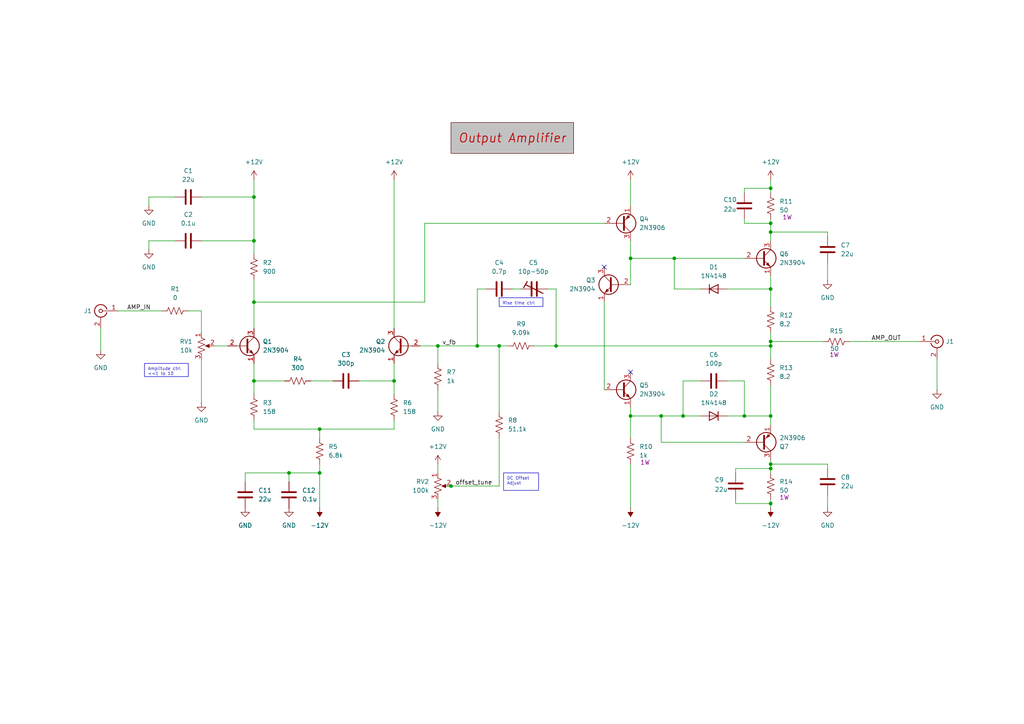
<source format=kicad_sch>
(kicad_sch (version 20250114) (generator "eeschema") (generator_version "9.0")
  (paper "A4")
  (title_block (title "Output Amplifier"))
  (lib_symbols
    (symbol "Connector:Conn_Coaxial" (pin_names (offset 1.016) (hide yes))
      (property "Reference" "J" (at 0.254 3.048 0))
      (property "Value" "Conn_Coaxial" (at 2.921 0 90))
      (symbol "Conn_Coaxial_0_1"
        (polyline (pts (xy -2.54 0) (xy -0.508 0)))
        (arc (start 1.778 0) (mid 0.222 -1.8079) (end -1.778 -0.508) (stroke (width 0.254)))
        (arc (start -1.778 0.508) (mid 0.2221 1.8084) (end 1.778 0) (stroke (width 0.254)))
        (circle (center 0 0) (radius 0.508) (stroke (width 0.2032)))
        (polyline (pts (xy 0 -2.54) (xy 0 -1.778)))
      )
      (symbol "Conn_Coaxial_1_1"
        (pin passive line (at -5.08 0 0) (length 2.54) (name "In") (number "1"))
        (pin passive line (at 0 -5.08 90) (length 2.54) (name "Ext") (number "2"))
      )
    )
    (symbol "Device:C" (pin_numbers (hide yes)) (pin_names (offset 0.254))
      (property "Reference" "C" (at 0.635 2.54 0))
      (property "Value" "C" (at 0.635 -2.54 0))
      (symbol "C_0_1"
        (polyline (pts (xy -2.032 0.762) (xy 2.032 0.762)) (stroke (width 0.508)))
        (polyline (pts (xy -2.032 -0.762) (xy 2.032 -0.762)) (stroke (width 0.508)))
      )
      (symbol "C_1_1"
        (pin passive line (at 0 3.81 270) (length 2.794) (name "~") (number "1"))
        (pin passive line (at 0 -3.81 90) (length 2.794) (name "~") (number "2"))
      )
    )
    (symbol "Device:C_Trim" (pin_numbers (hide yes)) (pin_names (offset 0.254) (hide yes))
      (property "Reference" "C" (at 1.524 -2.032 0))
      (property "Value" "C_Trim" (at 3.048 -3.556 0))
      (symbol "C_Trim_0_1"
        (polyline (pts (xy -2.032 0.762) (xy 2.032 0.762)) (stroke (width 0.508)))
        (polyline (pts (xy -2.032 -0.762) (xy 2.032 -0.762)) (stroke (width 0.508)))
        (polyline (pts (xy 1.27 2.54) (xy -1.27 -2.54)) (stroke (width 0.3048)))
        (polyline (pts (xy 1.27 2.54) (xy 0.381 3.048)) (stroke (width 0.3048)))
        (polyline (pts (xy 1.27 2.54) (xy 2.159 2.032)) (stroke (width 0.3048)))
      )
      (symbol "C_Trim_1_1"
        (pin passive line (at 0 3.81 270) (length 3.048) (name "~") (number "1"))
        (pin passive line (at 0 -3.81 90) (length 3.048) (name "~") (number "2"))
      )
    )
    (symbol "Device:R_Potentiometer_US" (pin_names (offset 1.016) (hide yes))
      (property "Reference" "RV" (at -4.445 0 90))
      (property "Value" "R_Potentiometer_US" (at -2.54 0 90))
      (symbol "R_Potentiometer_US_0_1"
        (polyline (pts (xy 0 2.54) (xy 0 2.286)))
        (polyline (pts (xy 0 2.286) (xy 1.016 1.905) (xy 0 1.524) (xy -1.016 1.143) (xy 0 0.762)))
        (polyline (pts (xy 0 0.762) (xy 1.016 0.381) (xy 0 0) (xy -1.016 -0.381) (xy 0 -0.762)))
        (polyline (pts (xy 0 -0.762) (xy 1.016 -1.143) (xy 0 -1.524) (xy -1.016 -1.905) (xy 0 -2.286)))
        (polyline (pts (xy 0 -2.286) (xy 0 -2.54)))
        (polyline (pts (xy 1.143 0) (xy 2.286 0.508) (xy 2.286 -0.508) (xy 1.143 0)) (fill (type outline)))
        (polyline (pts (xy 2.54 0) (xy 1.524 0)))
      )
      (symbol "R_Potentiometer_US_1_1"
        (pin passive line (at 0 3.81 270) (length 1.27) (name "1") (number "1"))
        (pin passive line (at 0 -3.81 90) (length 1.27) (name "3") (number "3"))
        (pin passive line (at 3.81 0 180) (length 1.27) (name "2") (number "2"))
      )
    )
    (symbol "Device:R_US" (pin_numbers (hide yes)) (pin_names (offset 0))
      (property "Reference" "R" (at 2.54 0 90))
      (property "Value" "R_US" (at -2.54 0 90))
      (symbol "R_US_0_1"
        (polyline (pts (xy 0 2.286) (xy 0 2.54)))
        (polyline (pts (xy 0 2.286) (xy 1.016 1.905) (xy 0 1.524) (xy -1.016 1.143) (xy 0 0.762)))
        (polyline (pts (xy 0 0.762) (xy 1.016 0.381) (xy 0 0) (xy -1.016 -0.381) (xy 0 -0.762)))
        (polyline (pts (xy 0 -0.762) (xy 1.016 -1.143) (xy 0 -1.524) (xy -1.016 -1.905) (xy 0 -2.286)))
        (polyline (pts (xy 0 -2.286) (xy 0 -2.54)))
      )
      (symbol "R_US_1_1"
        (pin passive line (at 0 3.81 270) (length 1.27) (name "~") (number "1"))
        (pin passive line (at 0 -3.81 90) (length 1.27) (name "~") (number "2"))
      )
    )
    (symbol "Diode:1N4148" (pin_numbers (hide yes)) (pin_names (hide yes))
      (property "Reference" "D" (at 0 2.54 0))
      (property "Value" "1N4148" (at 0 -2.54 0))
      (symbol "1N4148_0_1"
        (polyline (pts (xy -1.27 1.27) (xy -1.27 -1.27)) (stroke (width 0.254)))
        (polyline (pts (xy 1.27 1.27) (xy 1.27 -1.27) (xy -1.27 0) (xy 1.27 1.27)) (stroke (width 0.254)))
        (polyline (pts (xy 1.27 0) (xy -1.27 0)))
      )
      (symbol "1N4148_1_1"
        (pin passive line (at -3.81 0 0) (length 2.54) (name "K") (number "1"))
        (pin passive line (at 3.81 0 180) (length 2.54) (name "A") (number "2"))
      )
    )
    (symbol "Transistor_BJT:2N3904" (pin_names (offset 0) (hide yes))
      (property "Reference" "Q" (at 5.08 1.905 0))
      (property "Value" "2N3904" (at 5.08 0 0))
      (symbol "2N3904_0_1"
        (polyline (pts (xy -2.54 0) (xy 0.635 0)))
        (polyline (pts (xy 0.635 1.905) (xy 0.635 -1.905)) (stroke (width 0.508)))
        (circle (center 1.27 0) (radius 2.8194) (stroke (width 0.254)))
      )
      (symbol "2N3904_1_1"
        (polyline (pts (xy 0.635 0.635) (xy 2.54 2.54)))
        (polyline (pts (xy 0.635 -0.635) (xy 2.54 -2.54)))
        (polyline (pts (xy 1.27 -1.778) (xy 1.778 -1.27) (xy 2.286 -2.286) (xy 1.27 -1.778)) (fill (type outline)))
        (pin input line (at -5.08 0 0) (length 2.54) (name "B") (number "2"))
        (pin passive line (at 2.54 5.08 270) (length 2.54) (name "C") (number "3"))
        (pin passive line (at 2.54 -5.08 90) (length 2.54) (name "E") (number "1"))
      )
    )
    (symbol "Transistor_BJT:2N3906" (pin_names (offset 0) (hide yes))
      (property "Reference" "Q" (at 5.08 1.905 0))
      (property "Value" "2N3906" (at 5.08 0 0))
      (symbol "2N3906_0_1"
        (polyline (pts (xy -2.54 0) (xy 0.635 0)))
        (polyline (pts (xy 0.635 1.905) (xy 0.635 -1.905)) (stroke (width 0.508)))
        (polyline (pts (xy 0.635 0.635) (xy 2.54 2.54)))
        (polyline (pts (xy 0.635 -0.635) (xy 2.54 -2.54)))
        (circle (center 1.27 0) (radius 2.8194) (stroke (width 0.254)))
        (polyline (pts (xy 2.286 -1.778) (xy 1.778 -2.286) (xy 1.27 -1.27) (xy 2.286 -1.778)) (fill (type outline)))
      )
      (symbol "2N3906_1_1"
        (pin input line (at -5.08 0 0) (length 2.54) (name "B") (number "2"))
        (pin passive line (at 2.54 5.08 270) (length 2.54) (name "C") (number "3"))
        (pin passive line (at 2.54 -5.08 90) (length 2.54) (name "E") (number "1"))
      )
    )
    (symbol "power:+12V" (power) (pin_numbers (hide yes)) (pin_names (offset 0) (hide yes))
      (property "Value" "+12V" (at 0 3.556 0))
      (symbol "+12V_0_1"
        (polyline (pts (xy -0.762 1.27) (xy 0 2.54)))
        (polyline (pts (xy 0 2.54) (xy 0.762 1.27)))
        (polyline (pts (xy 0 0) (xy 0 2.54)))
      )
      (symbol "+12V_1_1"
        (pin power_in line (at 0 0 90) (length 0) (name "~") (number "1"))
      )
    )
    (symbol "power:-12V" (power) (pin_numbers (hide yes)) (pin_names (offset 0) (hide yes))
      (property "Value" "-12V" (at 0 3.556 0))
      (symbol "-12V_0_0"
        (pin power_in line (at 0 0 90) (length 0) (name "~") (number "1"))
      )
      (symbol "-12V_0_1"
        (polyline (pts (xy 0 0) (xy 0 1.27) (xy 0.762 1.27) (xy 0 2.54) (xy -0.762 1.27) (xy 0 1.27)) (fill (type outline)))
      )
    )
    (symbol "power:GND" (power) (pin_numbers (hide yes)) (pin_names (offset 0) (hide yes))
      (property "Value" "GND" (at 0 -3.81 0))
      (symbol "GND_0_1"
        (polyline (pts (xy 0 0) (xy 0 -1.27) (xy 1.27 -1.27) (xy 0 -2.54) (xy -1.27 -1.27) (xy 0 -1.27)))
      )
      (symbol "GND_1_1"
        (pin power_in line (at 0 0 270) (length 0) (name "~") (number "1"))
      )
    )
  )
  (text_box "Rise time ctrl" (at 144.78 86.36 0) (size 12.7 2.54) (margins 0.9525 0.9525 0.9525 0.9525) (effects (font (size 0.889 0.889) (thickness 0.0953)) (justify left top)))
  (text_box "Output Amplifier" (at 130.81 35.56 0) (size 35.56 8.89) (margins 0.9525 0.9525 0.9525 0.9525) (stroke (width 0) (color 72 0 0 1)) (fill (type color) (color 194 194 194 1)) (effects (font (size 2.54 2.54) (thickness 0.254) (bold yes) (italic yes))))
  (text_box "Amplitude ctrl\n<<1 to 10" (at 41.91 105.41 0) (size 12.7 3.81) (margins 0.9525 0.9525 0.9525 0.9525) (effects (font (size 0.889 0.889) (thickness 0.0953)) (justify left top)))
  (text_box "DC Offset Adjust\n" (at 146.05 137.16 0) (size 10.16 5.08) (margins 0.9525 0.9525 0.9525 0.9525) (effects (font (size 0.889 0.889) (thickness 0.0953)) (justify left top)))
  (junction (at 223.52 64.77))
  (junction (at 73.66 69.85))
  (junction (at 223.52 146.05))
  (junction (at 127 100.33))
  (junction (at 130.81 140.97))
  (junction (at 161.29 100.33))
  (junction (at 223.52 67.31))
  (junction (at 223.52 135.89))
  (junction (at 83.82 137.16))
  (junction (at 223.52 134.62))
  (junction (at 223.52 83.82))
  (junction (at 73.66 110.49))
  (junction (at 73.66 87.63))
  (junction (at 223.52 99.06))
  (junction (at 215.9 120.65))
  (junction (at 195.58 74.93))
  (junction (at 182.88 120.65))
  (junction (at 182.88 74.93))
  (junction (at 223.52 54.61))
  (junction (at 114.3 110.49))
  (junction (at 144.78 100.33))
  (junction (at 138.43 100.33))
  (junction (at 73.66 57.15))
  (junction (at 191.77 120.65))
  (junction (at 223.52 100.33))
  (junction (at 92.71 137.16))
  (junction (at 92.71 124.46))
  (junction (at 198.12 120.65))
  (junction (at 223.52 120.65))
  (no_connect (at 175.26 77.47))
  (no_connect (at 182.88 107.95))
  (wire (pts (xy 50.8 69.85) (xy 43.18 69.85)))
  (wire (pts (xy 50.8 57.15) (xy 43.18 57.15)))
  (wire (pts (xy 58.42 90.17) (xy 58.42 96.52)))
  (wire (pts (xy 240.03 134.62) (xy 240.03 135.89)))
  (wire (pts (xy 215.9 110.49) (xy 215.9 120.65)))
  (wire (pts (xy 73.66 110.49) (xy 73.66 114.3)))
  (wire (pts (xy 271.78 104.14) (xy 271.78 113.03)))
  (wire (pts (xy 203.2 83.82) (xy 195.58 83.82)))
  (wire (pts (xy 43.18 57.15) (xy 43.18 59.69)))
  (wire (pts (xy 223.52 133.35) (xy 223.52 134.62)))
  (wire (pts (xy 182.88 74.93) (xy 195.58 74.93)))
  (wire (pts (xy 121.92 100.33) (xy 127 100.33)))
  (wire (pts (xy 73.66 69.85) (xy 73.66 73.66)))
  (wire (pts (xy 223.52 64.77) (xy 215.9 64.77)))
  (wire (pts (xy 195.58 74.93) (xy 195.58 83.82)))
  (wire (pts (xy 127 113.03) (xy 127 119.38)))
  (wire (pts (xy 92.71 137.16) (xy 83.82 137.16)))
  (wire (pts (xy 129.54 140.97) (xy 130.81 140.97)))
  (wire (pts (xy 240.03 76.2) (xy 240.03 81.28)))
  (wire (pts (xy 215.9 54.61) (xy 223.52 54.61)))
  (wire (pts (xy 73.66 87.63) (xy 73.66 95.25)))
  (wire (pts (xy 223.52 146.05) (xy 223.52 147.32)))
  (wire (pts (xy 223.52 67.31) (xy 240.03 67.31)))
  (wire (pts (xy 73.66 124.46) (xy 92.71 124.46)))
  (wire (pts (xy 223.52 120.65) (xy 223.52 123.19)))
  (wire (pts (xy 58.42 69.85) (xy 73.66 69.85)))
  (wire (pts (xy 73.66 81.28) (xy 73.66 87.63)))
  (wire (pts (xy 213.36 146.05) (xy 223.52 146.05)))
  (wire (pts (xy 195.58 74.93) (xy 215.9 74.93)))
  (wire (pts (xy 182.88 118.11) (xy 182.88 120.65)))
  (wire (pts (xy 210.82 120.65) (xy 215.9 120.65)))
  (wire (pts (xy 62.23 100.33) (xy 66.04 100.33)))
  (wire (pts (xy 114.3 121.92) (xy 114.3 124.46)))
  (wire (pts (xy 182.88 74.93) (xy 182.88 82.55)))
  (wire (pts (xy 223.52 64.77) (xy 223.52 67.31)))
  (wire (pts (xy 213.36 135.89) (xy 213.36 137.16)))
  (wire (pts (xy 246.38 99.06) (xy 266.7 99.06)))
  (wire (pts (xy 182.88 69.85) (xy 182.88 74.93)))
  (wire (pts (xy 148.59 83.82) (xy 151.13 83.82)))
  (wire (pts (xy 223.52 54.61) (xy 223.52 55.88)))
  (wire (pts (xy 191.77 120.65) (xy 198.12 120.65)))
  (wire (pts (xy 127 100.33) (xy 138.43 100.33)))
  (wire (pts (xy 198.12 120.65) (xy 203.2 120.65)))
  (wire (pts (xy 210.82 110.49) (xy 215.9 110.49)))
  (wire (pts (xy 191.77 120.65) (xy 191.77 128.27)))
  (wire (pts (xy 215.9 63.5) (xy 215.9 64.77)))
  (wire (pts (xy 198.12 110.49) (xy 198.12 120.65)))
  (wire (pts (xy 240.03 143.51) (xy 240.03 147.32)))
  (wire (pts (xy 215.9 128.27) (xy 191.77 128.27)))
  (wire (pts (xy 175.26 87.63) (xy 175.26 113.03)))
  (wire (pts (xy 73.66 52.07) (xy 73.66 57.15)))
  (wire (pts (xy 182.88 120.65) (xy 191.77 120.65)))
  (wire (pts (xy 182.88 52.07) (xy 182.88 59.69)))
  (wire (pts (xy 34.29 90.17) (xy 46.99 90.17)))
  (wire (pts (xy 182.88 120.65) (xy 182.88 127)))
  (wire (pts (xy 54.61 90.17) (xy 58.42 90.17)))
  (wire (pts (xy 114.3 105.41) (xy 114.3 110.49)))
  (wire (pts (xy 114.3 110.49) (xy 114.3 114.3)))
  (wire (pts (xy 223.52 111.76) (xy 223.52 120.65)))
  (wire (pts (xy 223.52 99.06) (xy 238.76 99.06)))
  (wire (pts (xy 123.19 64.77) (xy 123.19 87.63)))
  (wire (pts (xy 127 144.78) (xy 127 147.32)))
  (wire (pts (xy 83.82 137.16) (xy 83.82 139.7)))
  (wire (pts (xy 161.29 83.82) (xy 158.75 83.82)))
  (wire (pts (xy 92.71 134.62) (xy 92.71 137.16)))
  (wire (pts (xy 73.66 87.63) (xy 123.19 87.63)))
  (wire (pts (xy 104.14 110.49) (xy 114.3 110.49)))
  (wire (pts (xy 215.9 120.65) (xy 223.52 120.65)))
  (wire (pts (xy 161.29 83.82) (xy 161.29 100.33)))
  (wire (pts (xy 210.82 83.82) (xy 223.52 83.82)))
  (wire (pts (xy 90.17 110.49) (xy 96.52 110.49)))
  (wire (pts (xy 73.66 121.92) (xy 73.66 124.46)))
  (wire (pts (xy 144.78 100.33) (xy 144.78 119.38)))
  (wire (pts (xy 73.66 110.49) (xy 82.55 110.49)))
  (wire (pts (xy 215.9 55.88) (xy 215.9 54.61)))
  (wire (pts (xy 223.52 100.33) (xy 223.52 104.14)))
  (wire (pts (xy 223.52 144.78) (xy 223.52 146.05)))
  (wire (pts (xy 127 134.62) (xy 127 137.16)))
  (wire (pts (xy 130.81 140.97) (xy 144.78 140.97)))
  (wire (pts (xy 223.52 80.01) (xy 223.52 83.82)))
  (wire (pts (xy 147.32 100.33) (xy 144.78 100.33)))
  (wire (pts (xy 83.82 137.16) (xy 71.12 137.16)))
  (wire (pts (xy 144.78 127) (xy 144.78 140.97)))
  (wire (pts (xy 92.71 124.46) (xy 92.71 127)))
  (wire (pts (xy 203.2 110.49) (xy 198.12 110.49)))
  (wire (pts (xy 223.52 52.07) (xy 223.52 54.61)))
  (wire (pts (xy 223.52 63.5) (xy 223.52 64.77)))
  (wire (pts (xy 138.43 100.33) (xy 144.78 100.33)))
  (wire (pts (xy 223.52 134.62) (xy 240.03 134.62)))
  (wire (pts (xy 114.3 52.07) (xy 114.3 95.25)))
  (wire (pts (xy 73.66 105.41) (xy 73.66 110.49)))
  (wire (pts (xy 182.88 134.62) (xy 182.88 147.32)))
  (wire (pts (xy 240.03 67.31) (xy 240.03 68.58)))
  (wire (pts (xy 58.42 104.14) (xy 58.42 116.84)))
  (wire (pts (xy 175.26 64.77) (xy 123.19 64.77)))
  (wire (pts (xy 161.29 100.33) (xy 223.52 100.33)))
  (wire (pts (xy 223.52 135.89) (xy 213.36 135.89)))
  (wire (pts (xy 43.18 69.85) (xy 43.18 72.39)))
  (wire (pts (xy 127 100.33) (xy 127 105.41)))
  (wire (pts (xy 213.36 144.78) (xy 213.36 146.05)))
  (wire (pts (xy 58.42 57.15) (xy 73.66 57.15)))
  (wire (pts (xy 223.52 135.89) (xy 223.52 137.16)))
  (wire (pts (xy 223.52 99.06) (xy 223.52 100.33)))
  (wire (pts (xy 29.21 95.25) (xy 29.21 101.6)))
  (wire (pts (xy 92.71 137.16) (xy 92.71 147.32)))
  (wire (pts (xy 223.52 96.52) (xy 223.52 99.06)))
  (wire (pts (xy 154.94 100.33) (xy 161.29 100.33)))
  (wire (pts (xy 138.43 100.33) (xy 138.43 83.82)))
  (wire (pts (xy 223.52 134.62) (xy 223.52 135.89)))
  (wire (pts (xy 223.52 67.31) (xy 223.52 69.85)))
  (wire (pts (xy 71.12 137.16) (xy 71.12 139.7)))
  (wire (pts (xy 73.66 57.15) (xy 73.66 69.85)))
  (wire (pts (xy 223.52 83.82) (xy 223.52 88.9)))
  (wire (pts (xy 138.43 83.82) (xy 140.97 83.82)))
  (wire (pts (xy 92.71 124.46) (xy 114.3 124.46)))
  (label "offset_tune" (at 132.08 140.97 0))
  (label "AMP_IN" (at 36.83 90.17 0))
  (label "v_fb" (at 128.27 100.33 0))
  (label "AMP_OUT" (at 252.73 99.06 0))
  (symbol (lib_id "Connector:Conn_Coaxial") (at 29.21 90.17 0) (mirror y) (unit 1)
    (property "Reference" "J1" (at 26.67 90.17 0) (effects (justify left)))
    (property "Value" "Conn_Coaxial" (effects (hide yes)))
    (property "Footprint" "Connector_Coaxial:SMA_Amphenol_901-143_Horizontal" (effects (hide yes)))
    (property "Description" "coaxial connector (BNC, SMA, SMB, SMC, Cinch/RCA, LEMO, ...)" (effects (hide yes)))
  )
  (symbol (lib_id "power:GND") (at 271.78 113.03 0) (unit 1)
    (property "Reference" "#PWR016" (effects (hide yes)))
    (property "Value" "GND" (at 271.78 118.11 0))
    (property "Description" "Power symbol creates a global label with name \"GND\" , ground" (effects (hide yes)))
  )
  (symbol (lib_id "Device:C") (at 240.03 72.39 180) (unit 1)
    (property "Reference" "C7" (at 243.84 71.1199 0) (effects (justify right)))
    (property "Value" "22u" (at 243.84 73.6599 0) (effects (justify right)))
    (property "Footprint" "Capacitor_SMD:C_0805_2012Metric_Pad1.18x1.45mm_HandSolder" (effects (hide yes)))
    (property "Description" "Unpolarized capacitor" (effects (hide yes)))
  )
  (symbol (lib_id "power:GND") (at 58.42 116.84 0) (unit 1)
    (property "Reference" "#PWR03" (effects (hide yes)))
    (property "Value" "GND" (at 58.42 121.92 0))
    (property "Description" "Power symbol creates a global label with name \"GND\" , ground" (effects (hide yes)))
  )
  (symbol (lib_id "power:+12V") (at 127 134.62 0) (unit 1)
    (property "Reference" "#PWR08" (effects (hide yes)))
    (property "Value" "+12V" (at 127 129.54 0))
    (property "Description" "Power symbol creates a global label with name \"+12V\"" (effects (hide yes)))
  )
  (symbol (lib_id "Diode:1N4148") (at 207.01 83.82 0) (unit 1)
    (property "Reference" "D1" (at 207.01 77.47 0))
    (property "Value" "1N4148" (at 207.01 80.01 0))
    (property "Footprint" "Diode_THT:D_DO-35_SOD27_P7.62mm_Horizontal" (effects (hide yes)))
    (property "Datasheet" "https://assets.nexperia.com/documents/data-sheet/1N4148_1N4448.pdf" (effects (hide yes)))
    (property "Description" "100V 0.15A standard switching diode, DO-35" (effects (hide yes)))
    (property "Sim.Device" "D" (effects (hide yes)))
    (property "Sim.Pins" "1=K 2=A" (effects (hide yes)))
  )
  (symbol (lib_id "power:-12V") (at 223.52 147.32 180) (unit 1)
    (property "Reference" "#PWR013" (effects (hide yes)))
    (property "Value" "-12V" (at 223.52 152.4 0))
    (property "Description" "Power symbol creates a global label with name \"-12V\"" (effects (hide yes)))
  )
  (symbol (lib_id "power:-12V") (at 182.88 147.32 180) (unit 1)
    (property "Reference" "#PWR011" (effects (hide yes)))
    (property "Value" "-12V" (at 182.88 152.4 0))
    (property "Description" "Power symbol creates a global label with name \"-12V\"" (effects (hide yes)))
  )
  (symbol (lib_id "Device:C") (at 83.82 143.51 180) (unit 1)
    (property "Reference" "C12" (at 87.63 142.2399 0) (effects (justify right)))
    (property "Value" "0.1u" (at 87.63 144.7799 0) (effects (justify right)))
    (property "Footprint" "Capacitor_SMD:C_0805_2012Metric_Pad1.18x1.45mm_HandSolder" (effects (hide yes)))
    (property "Description" "Unpolarized capacitor" (effects (hide yes)))
  )
  (symbol (lib_id "Device:R_US") (at 86.36 110.49 270) (unit 1)
    (property "Reference" "R4" (at 86.36 104.14 90))
    (property "Value" "300" (at 86.36 106.68 90))
    (property "Footprint" "Resistor_SMD:R_0805_2012Metric_Pad1.20x1.40mm_HandSolder" (effects (hide yes)))
    (property "Description" "Resistor, US symbol" (effects (hide yes)))
  )
  (symbol (lib_id "Device:R_US") (at 127 109.22 0) (unit 1)
    (property "Reference" "R7" (at 129.54 107.9499 0) (effects (justify left)))
    (property "Value" "1k" (at 129.54 110.4899 0) (effects (justify left)))
    (property "Footprint" "Resistor_SMD:R_0805_2012Metric_Pad1.20x1.40mm_HandSolder" (effects (hide yes)))
    (property "Description" "Resistor, US symbol" (effects (hide yes)))
  )
  (symbol (lib_id "Device:C") (at 215.9 59.69 180) (unit 1)
    (property "Reference" "C10" (at 209.804 57.912 0) (effects (justify right)))
    (property "Value" "22u" (at 209.804 60.706 0) (effects (justify right)))
    (property "Footprint" "Capacitor_SMD:C_0805_2012Metric_Pad1.18x1.45mm_HandSolder" (effects (hide yes)))
    (property "Description" "Unpolarized capacitor" (effects (hide yes)))
  )
  (symbol (lib_id "power:GND") (at 71.12 147.32 0) (unit 1)
    (property "Reference" "#PWR017" (effects (hide yes)))
    (property "Value" "GND" (at 71.12 152.4 0))
    (property "Description" "Power symbol creates a global label with name \"GND\" , ground" (effects (hide yes)))
  )
  (symbol (lib_id "Device:R_US") (at 182.88 130.81 0) (unit 1)
    (property "Reference" "R10" (at 185.42 129.5399 0) (effects (justify left)))
    (property "Value" "1k" (at 185.42 132.0799 0) (effects (justify left)))
    (property "Footprint" "Resistor_SMD:R_1206_3216Metric_Pad1.30x1.75mm_HandSolder" (effects (hide yes)))
    (property "Description" "Resistor, US symbol" (effects (hide yes)))
    (property "Power" "1W" (at 185.674 134.112 0) (effects (justify left)))
  )
  (symbol (lib_id "Device:C") (at 213.36 140.97 180) (unit 1)
    (property "Reference" "C9" (at 207.264 139.192 0) (effects (justify right)))
    (property "Value" "22u" (at 207.264 141.986 0) (effects (justify right)))
    (property "Footprint" "Capacitor_SMD:C_0805_2012Metric_Pad1.18x1.45mm_HandSolder" (effects (hide yes)))
    (property "Description" "Unpolarized capacitor" (effects (hide yes)))
  )
  (symbol (lib_id "Transistor_BJT:2N3904") (at 180.34 113.03 0) (unit 1)
    (property "Reference" "Q5" (at 185.42 111.7599 0) (effects (justify left)))
    (property "Value" "2N3904" (at 185.42 114.2999 0) (effects (justify left)))
    (property "Footprint" "Package_TO_SOT_THT:TO-92_Inline" (effects (hide yes)))
    (property "Datasheet" "https://www.onsemi.com/pub/Collateral/2N3903-D.PDF" (effects (hide yes)))
    (property "Description" "0.2A Ic, 40V Vce, Small Signal NPN Transistor, TO-92" (effects (hide yes)))
  )
  (symbol (lib_id "Transistor_BJT:2N3904") (at 71.12 100.33 0) (unit 1)
    (property "Reference" "Q1" (at 76.2 99.0599 0) (effects (justify left)))
    (property "Value" "2N3904" (at 76.2 101.5999 0) (effects (justify left)))
    (property "Footprint" "Package_TO_SOT_THT:TO-92_Inline" (effects (hide yes)))
    (property "Datasheet" "https://www.onsemi.com/pub/Collateral/2N3903-D.PDF" (effects (hide yes)))
    (property "Description" "0.2A Ic, 40V Vce, Small Signal NPN Transistor, TO-92" (effects (hide yes)))
  )
  (symbol (lib_id "Transistor_BJT:2N3904") (at 177.8 82.55 0) (mirror y) (unit 1)
    (property "Reference" "Q3" (at 172.72 81.2799 0) (effects (justify left)))
    (property "Value" "2N3904" (at 172.72 83.8199 0) (effects (justify left)))
    (property "Footprint" "Package_TO_SOT_THT:TO-92_Inline" (effects (hide yes)))
    (property "Datasheet" "https://www.onsemi.com/pub/Collateral/2N3903-D.PDF" (effects (hide yes)))
    (property "Description" "0.2A Ic, 40V Vce, Small Signal NPN Transistor, TO-92" (effects (hide yes)))
  )
  (symbol (lib_id "Device:C") (at 207.01 110.49 90) (unit 1)
    (property "Reference" "C6" (at 207.01 102.87 90))
    (property "Value" "100p" (at 207.01 105.41 90))
    (property "Footprint" "Capacitor_SMD:C_0805_2012Metric_Pad1.18x1.45mm_HandSolder" (effects (hide yes)))
    (property "Description" "Unpolarized capacitor" (effects (hide yes)))
  )
  (symbol (lib_id "Device:R_US") (at 223.52 59.69 0) (unit 1)
    (property "Reference" "R11" (at 226.06 58.4199 0) (effects (justify left)))
    (property "Value" "50" (at 226.06 60.9599 0) (effects (justify left)))
    (property "Footprint" "Resistor_SMD:R_1206_3216Metric_Pad1.30x1.75mm_HandSolder" (effects (hide yes)))
    (property "Description" "Resistor, US symbol" (effects (hide yes)))
    (property "Power" "1W" (at 228.346 62.992 0))
  )
  (symbol (lib_id "Device:C") (at 54.61 57.15 90) (unit 1)
    (property "Reference" "C1" (at 54.61 49.53 90))
    (property "Value" "22u" (at 54.61 52.07 90))
    (property "Footprint" "Capacitor_SMD:C_0805_2012Metric_Pad1.18x1.45mm_HandSolder" (effects (hide yes)))
    (property "Description" "Unpolarized capacitor" (effects (hide yes)))
  )
  (symbol (lib_id "Device:C") (at 54.61 69.85 90) (unit 1)
    (property "Reference" "C2" (at 54.61 62.23 90))
    (property "Value" "0.1u" (at 54.61 64.77 90))
    (property "Footprint" "Capacitor_SMD:C_0805_2012Metric_Pad1.18x1.45mm_HandSolder" (effects (hide yes)))
    (property "Description" "Unpolarized capacitor" (effects (hide yes)))
  )
  (symbol (lib_id "Transistor_BJT:2N3904") (at 116.84 100.33 0) (mirror y) (unit 1)
    (property "Reference" "Q2" (at 111.76 99.0599 0) (effects (justify left)))
    (property "Value" "2N3904" (at 111.76 101.5999 0) (effects (justify left)))
    (property "Footprint" "Package_TO_SOT_THT:TO-92_Inline" (effects (hide yes)))
    (property "Datasheet" "https://www.onsemi.com/pub/Collateral/2N3903-D.PDF" (effects (hide yes)))
    (property "Description" "0.2A Ic, 40V Vce, Small Signal NPN Transistor, TO-92" (effects (hide yes)))
  )
  (symbol (lib_id "Device:R_US") (at 73.66 118.11 0) (unit 1)
    (property "Reference" "R3" (at 76.2 116.8399 0) (effects (justify left)))
    (property "Value" "158" (at 76.2 119.3799 0) (effects (justify left)))
    (property "Footprint" "Resistor_SMD:R_0805_2012Metric_Pad1.20x1.40mm_HandSolder" (effects (hide yes)))
    (property "Description" "Resistor, US symbol" (effects (hide yes)))
  )
  (symbol (lib_id "Device:C_Trim") (at 154.94 83.82 90) (unit 1)
    (property "Reference" "C5" (at 154.686 76.2 90))
    (property "Value" "10p-50p" (at 154.686 78.74 90))
    (property "Footprint" "Capacitor_SMD:C_Trimmer_Murata_TZY2" (effects (hide yes)))
    (property "Description" "Trimmable capacitor" (effects (hide yes)))
  )
  (symbol (lib_id "power:GND") (at 43.18 72.39 0) (unit 1)
    (property "Reference" "#PWR02" (effects (hide yes)))
    (property "Value" "GND" (at 43.18 77.47 0))
    (property "Description" "Power symbol creates a global label with name \"GND\" , ground" (effects (hide yes)))
  )
  (symbol (lib_id "power:-12V") (at 127 147.32 180) (unit 1)
    (property "Reference" "#PWR09" (effects (hide yes)))
    (property "Value" "-12V" (at 127 152.4 0))
    (property "Description" "Power symbol creates a global label with name \"-12V\"" (effects (hide yes)))
  )
  (symbol (lib_id "power:+12V") (at 73.66 52.07 0) (unit 1)
    (property "Reference" "#PWR04" (effects (hide yes)))
    (property "Value" "+12V" (at 73.66 46.99 0))
    (property "Description" "Power symbol creates a global label with name \"+12V\"" (effects (hide yes)))
  )
  (symbol (lib_id "Device:C") (at 71.12 143.51 180) (unit 1)
    (property "Reference" "C11" (at 74.93 142.2399 0) (effects (justify right)))
    (property "Value" "22u" (at 74.93 144.7799 0) (effects (justify right)))
    (property "Footprint" "Capacitor_SMD:C_0805_2012Metric_Pad1.18x1.45mm_HandSolder" (effects (hide yes)))
    (property "Description" "Unpolarized capacitor" (effects (hide yes)))
  )
  (symbol (lib_id "Diode:1N4148") (at 207.01 120.65 180) (unit 1)
    (property "Reference" "D2" (at 207.01 114.3 0))
    (property "Value" "1N4148" (at 207.01 116.84 0))
    (property "Footprint" "Diode_THT:D_DO-35_SOD27_P7.62mm_Horizontal" (effects (hide yes)))
    (property "Datasheet" "https://assets.nexperia.com/documents/data-sheet/1N4148_1N4448.pdf" (effects (hide yes)))
    (property "Description" "100V 0.15A standard switching diode, DO-35" (effects (hide yes)))
    (property "Sim.Device" "D" (effects (hide yes)))
    (property "Sim.Pins" "1=K 2=A" (effects (hide yes)))
  )
  (symbol (lib_id "Device:R_US") (at 223.52 92.71 0) (unit 1)
    (property "Reference" "R12" (at 226.06 91.4399 0) (effects (justify left)))
    (property "Value" "8.2" (at 226.06 93.9799 0) (effects (justify left)))
    (property "Footprint" "Resistor_SMD:R_0805_2012Metric_Pad1.20x1.40mm_HandSolder" (effects (hide yes)))
    (property "Description" "Resistor, US symbol" (effects (hide yes)))
  )
  (symbol (lib_id "Device:R_Potentiometer_US") (at 58.42 100.33 0) (unit 1)
    (property "Reference" "RV1" (at 55.88 99.0599 0) (effects (justify right)))
    (property "Value" "10k" (at 55.88 101.5999 0) (effects (justify right)))
    (property "Footprint" "Potentiometer_SMD:Potentiometer_ACP_CA6-VSMD_Vertical" (effects (hide yes)))
    (property "Description" "Potentiometer, US symbol" (effects (hide yes)))
  )
  (symbol (lib_id "Device:C") (at 100.33 110.49 90) (unit 1)
    (property "Reference" "C3" (at 100.33 102.87 90))
    (property "Value" "300p" (at 100.33 105.41 90))
    (property "Footprint" "Capacitor_SMD:C_0805_2012Metric_Pad1.18x1.45mm_HandSolder" (effects (hide yes)))
    (property "Description" "Unpolarized capacitor" (effects (hide yes)))
  )
  (symbol (lib_id "Connector:Conn_Coaxial") (at 271.78 99.06 0) (unit 1)
    (property "Reference" "J1" (at 274.32 99.06 0) (effects (justify left)))
    (property "Value" "Conn_Coaxial" (effects (hide yes)))
    (property "Footprint" "Connector_Coaxial:SMA_Amphenol_901-143_Horizontal" (effects (hide yes)))
    (property "Description" "coaxial connector (BNC, SMA, SMB, SMC, Cinch/RCA, LEMO, ...)" (effects (hide yes)))
  )
  (symbol (lib_id "power:GND") (at 43.18 59.69 0) (unit 1)
    (property "Reference" "#PWR01" (effects (hide yes)))
    (property "Value" "GND" (at 43.18 64.77 0))
    (property "Description" "Power symbol creates a global label with name \"GND\" , ground" (effects (hide yes)))
  )
  (symbol (lib_id "power:+12V") (at 114.3 52.07 0) (unit 1)
    (property "Reference" "#PWR06" (effects (hide yes)))
    (property "Value" "+12V" (at 114.3 46.99 0))
    (property "Description" "Power symbol creates a global label with name \"+12V\"" (effects (hide yes)))
  )
  (symbol (lib_id "Device:R_US") (at 223.52 107.95 0) (unit 1)
    (property "Reference" "R13" (at 226.06 106.6799 0) (effects (justify left)))
    (property "Value" "8.2" (at 226.06 109.2199 0) (effects (justify left)))
    (property "Footprint" "Resistor_SMD:R_0805_2012Metric_Pad1.20x1.40mm_HandSolder" (effects (hide yes)))
    (property "Description" "Resistor, US symbol" (effects (hide yes)))
  )
  (symbol (lib_id "Transistor_BJT:2N3904") (at 220.98 74.93 0) (unit 1)
    (property "Reference" "Q6" (at 226.06 73.6599 0) (effects (justify left)))
    (property "Value" "2N3904" (at 226.06 76.1999 0) (effects (justify left)))
    (property "Footprint" "Package_TO_SOT_THT:TO-92_Inline" (effects (hide yes)))
    (property "Datasheet" "https://www.onsemi.com/pub/Collateral/2N3903-D.PDF" (effects (hide yes)))
    (property "Description" "0.2A Ic, 40V Vce, Small Signal NPN Transistor, TO-92" (effects (hide yes)))
  )
  (symbol (lib_id "Device:R_US") (at 114.3 118.11 0) (unit 1)
    (property "Reference" "R6" (at 116.84 116.8399 0) (effects (justify left)))
    (property "Value" "158" (at 116.84 119.3799 0) (effects (justify left)))
    (property "Footprint" "Resistor_SMD:R_0805_2012Metric_Pad1.20x1.40mm_HandSolder" (effects (hide yes)))
    (property "Description" "Resistor, US symbol" (effects (hide yes)))
  )
  (symbol (lib_id "Transistor_BJT:2N3906") (at 220.98 128.27 0) (mirror x) (unit 1)
    (property "Reference" "Q7" (at 226.06 129.5401 0) (effects (justify left)))
    (property "Value" "2N3906" (at 226.06 127.0001 0) (effects (justify left)))
    (property "Footprint" "Package_TO_SOT_THT:TO-92_Inline" (effects (hide yes)))
    (property "Datasheet" "https://www.onsemi.com/pub/Collateral/2N3906-D.PDF" (effects (hide yes)))
    (property "Description" "-0.2A Ic, -40V Vce, Small Signal PNP Transistor, TO-92" (effects (hide yes)))
  )
  (symbol (lib_id "Device:R_US") (at 73.66 77.47 0) (unit 1)
    (property "Reference" "R2" (at 76.2 76.1999 0) (effects (justify left)))
    (property "Value" "900" (at 76.2 78.7399 0) (effects (justify left)))
    (property "Footprint" "Resistor_SMD:R_0805_2012Metric_Pad1.20x1.40mm_HandSolder" (effects (hide yes)))
    (property "Description" "Resistor, US symbol" (effects (hide yes)))
  )
  (symbol (lib_id "Device:R_US") (at 92.71 130.81 0) (unit 1)
    (property "Reference" "R5" (at 95.25 129.5399 0) (effects (justify left)))
    (property "Value" "6.8k" (at 95.25 132.0799 0) (effects (justify left)))
    (property "Footprint" "Resistor_SMD:R_1206_3216Metric_Pad1.30x1.75mm_HandSolder" (effects (hide yes)))
    (property "Description" "Resistor, US symbol" (effects (hide yes)))
  )
  (symbol (lib_id "Device:R_US") (at 144.78 123.19 0) (unit 1)
    (property "Reference" "R8" (at 147.32 121.9199 0) (effects (justify left)))
    (property "Value" "51.1k" (at 147.32 124.4599 0) (effects (justify left)))
    (property "Footprint" "Resistor_SMD:R_0805_2012Metric_Pad1.20x1.40mm_HandSolder" (effects (hide yes)))
    (property "Description" "Resistor, US symbol" (effects (hide yes)))
  )
  (symbol (lib_id "power:GND") (at 127 119.38 0) (unit 1)
    (property "Reference" "#PWR07" (effects (hide yes)))
    (property "Value" "GND" (at 127 124.46 0))
    (property "Description" "Power symbol creates a global label with name \"GND\" , ground" (effects (hide yes)))
  )
  (symbol (lib_id "Device:C") (at 144.78 83.82 90) (unit 1)
    (property "Reference" "C4" (at 144.78 76.2 90))
    (property "Value" "0.7p" (at 144.78 78.74 90))
    (property "Footprint" "Capacitor_SMD:C_0805_2012Metric_Pad1.18x1.45mm_HandSolder" (effects (hide yes)))
    (property "Description" "Unpolarized capacitor" (effects (hide yes)))
  )
  (symbol (lib_id "power:+12V") (at 223.52 52.07 0) (unit 1)
    (property "Reference" "#PWR012" (effects (hide yes)))
    (property "Value" "+12V" (at 223.52 46.99 0))
    (property "Description" "Power symbol creates a global label with name \"+12V\"" (effects (hide yes)))
  )
  (symbol (lib_id "Device:R_US") (at 151.13 100.33 270) (unit 1)
    (property "Reference" "R9" (at 151.13 93.98 90))
    (property "Value" "9.09k" (at 151.13 96.52 90))
    (property "Footprint" "Resistor_SMD:R_0805_2012Metric_Pad1.20x1.40mm_HandSolder" (effects (hide yes)))
    (property "Description" "Resistor, US symbol" (effects (hide yes)))
  )
  (symbol (lib_id "Device:R_Potentiometer_US") (at 127 140.97 0) (unit 1)
    (property "Reference" "RV2" (at 124.46 139.6999 0) (effects (justify right)))
    (property "Value" "100k" (at 124.46 142.2399 0) (effects (justify right)))
    (property "Description" "Potentiometer, US symbol" (effects (hide yes)))
  )
  (symbol (lib_id "power:GND") (at 240.03 81.28 0) (unit 1)
    (property "Reference" "#PWR014" (effects (hide yes)))
    (property "Value" "GND" (at 240.03 86.36 0))
    (property "Description" "Power symbol creates a global label with name \"GND\" , ground" (effects (hide yes)))
  )
  (symbol (lib_id "Device:C") (at 240.03 139.7 180) (unit 1)
    (property "Reference" "C8" (at 243.84 138.4299 0) (effects (justify right)))
    (property "Value" "22u" (at 243.84 140.9699 0) (effects (justify right)))
    (property "Footprint" "Capacitor_SMD:C_0805_2012Metric_Pad1.18x1.45mm_HandSolder" (effects (hide yes)))
    (property "Description" "Unpolarized capacitor" (effects (hide yes)))
  )
  (symbol (lib_id "power:GND") (at 29.21 101.6 0) (unit 1)
    (property "Reference" "#PWR035" (effects (hide yes)))
    (property "Value" "GND" (at 29.21 106.68 0))
    (property "Description" "Power symbol creates a global label with name \"GND\" , ground" (effects (hide yes)))
  )
  (symbol (lib_id "Device:R_US") (at 223.52 140.97 0) (unit 1)
    (property "Reference" "R14" (at 226.06 139.6999 0) (effects (justify left)))
    (property "Value" "50" (at 226.06 142.2399 0) (effects (justify left)))
    (property "Footprint" "Resistor_SMD:R_1206_3216Metric_Pad1.30x1.75mm_HandSolder" (effects (hide yes)))
    (property "Description" "Resistor, US symbol" (effects (hide yes)))
    (property "Power" "1W" (at 226.06 144.272 0) (effects (justify left)))
  )
  (symbol (lib_id "power:+12V") (at 182.88 52.07 0) (unit 1)
    (property "Reference" "#PWR010" (effects (hide yes)))
    (property "Value" "+12V" (at 182.88 46.99 0))
    (property "Description" "Power symbol creates a global label with name \"+12V\"" (effects (hide yes)))
  )
  (symbol (lib_id "power:GND") (at 83.82 147.32 0) (unit 1)
    (property "Reference" "#PWR018" (effects (hide yes)))
    (property "Value" "GND" (at 83.82 152.4 0))
    (property "Description" "Power symbol creates a global label with name \"GND\" , ground" (effects (hide yes)))
  )
  (symbol (lib_id "Device:R_US") (at 50.8 90.17 270) (unit 1)
    (property "Reference" "R1" (at 50.8 83.82 90))
    (property "Value" "0" (at 50.8 86.36 90))
    (property "Footprint" "Resistor_SMD:R_0805_2012Metric_Pad1.20x1.40mm_HandSolder" (effects (hide yes)))
    (property "Description" "Resistor, US symbol" (effects (hide yes)))
  )
  (symbol (lib_id "Device:R_US") (at 242.57 99.06 90) (unit 1)
    (property "Reference" "R15" (at 242.57 96.012 90))
    (property "Value" "50" (at 242.062 101.092 90))
    (property "Footprint" "Resistor_SMD:R_1206_3216Metric_Pad1.30x1.75mm_HandSolder" (effects (hide yes)))
    (property "Description" "Resistor, US symbol" (effects (hide yes)))
    (property "Power" "1W" (at 240.538 102.87 90) (effects (justify right)))
  )
  (symbol (lib_id "power:-12V") (at 92.71 147.32 180) (unit 1)
    (property "Reference" "#PWR05" (effects (hide yes)))
    (property "Value" "-12V" (at 92.71 152.4 0))
    (property "Description" "Power symbol creates a global label with name \"-12V\"" (effects (hide yes)))
  )
  (symbol (lib_id "Transistor_BJT:2N3906") (at 180.34 64.77 0) (mirror x) (unit 1)
    (property "Reference" "Q4" (at 185.42 63.4999 0) (effects (justify left)))
    (property "Value" "2N3906" (at 185.42 66.0399 0) (effects (justify left)))
    (property "Footprint" "Package_TO_SOT_THT:TO-92_Inline" (effects (hide yes)))
    (property "Datasheet" "https://www.onsemi.com/pub/Collateral/2N3906-D.PDF" (effects (hide yes)))
    (property "Description" "-0.2A Ic, -40V Vce, Small Signal PNP Transistor, TO-92" (effects (hide yes)))
  )
  (symbol (lib_id "power:GND") (at 240.03 147.32 0) (unit 1)
    (property "Reference" "#PWR015" (effects (hide yes)))
    (property "Value" "GND" (at 240.03 152.4 0))
    (property "Description" "Power symbol creates a global label with name \"GND\" , ground" (effects (hide yes)))
  )
)
</source>
